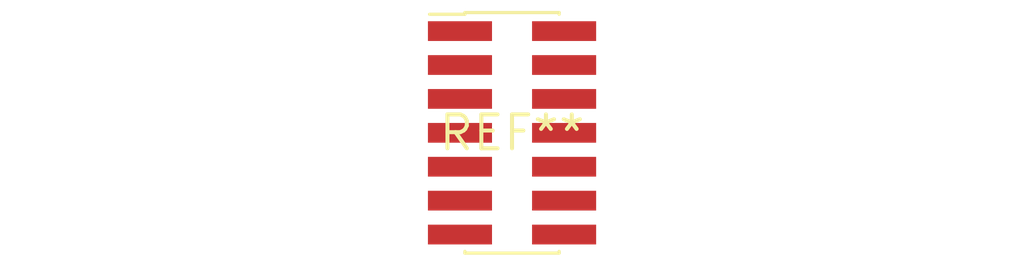
<source format=kicad_pcb>
(kicad_pcb (version 20240108) (generator pcbnew)
  (layers (0 "F.Cu" signal) (31 "B.Cu" signal) (34 "B.Paste" user) (35 "F.Paste" user) (36 "B.SilkS" user "B.Silkscreen") (37 "F.SilkS" user "F.Silkscreen") (38 "B.Mask" user) (39 "F.Mask" user) (44 "Edge.Cuts" user))
  (net 0 "")
  (footprint "PinHeader_2x07_P1.27mm_Vertical_SMD" (layer "F.Cu") (at 0 0)
    (property "Reference" "REF**")
    (property "Value" "PinHeader_2x07_P1.27mm_Vertical_SMD")
    (fp_line (start -3.09 -4.44) (end -1.765 -4.44) (layer "F.SilkS") (stroke (width 0.12)))
    (fp_line (start -1.765 -4.505) (end -1.765 -4.44) (layer "F.SilkS") (stroke (width 0.12)))
    (fp_line (start -1.765 -4.505) (end 1.765 -4.505) (layer "F.SilkS") (stroke (width 0.12)))
    (fp_line (start -1.765 4.44) (end -1.765 4.505) (layer "F.SilkS") (stroke (width 0.12)))
    (fp_line (start -1.765 4.505) (end 1.765 4.505) (layer "F.SilkS") (stroke (width 0.12)))
    (fp_line (start 1.765 -4.505) (end 1.765 -4.44) (layer "F.SilkS") (stroke (width 0.12)))
    (fp_line (start 1.765 4.44) (end 1.765 4.505) (layer "F.SilkS") (stroke (width 0.12)))
    (pad "1" smd rect (at -1.95 -3.81) (size 2.4 0.74) (layers "F.Cu" "F.Paste" "F.Mask"))
    (pad "2" smd rect (at 1.95 -3.81) (size 2.4 0.74) (layers "F.Cu" "F.Paste" "F.Mask"))
    (pad "3" smd rect (at -1.95 -2.54) (size 2.4 0.74) (layers "F.Cu" "F.Paste" "F.Mask"))
    (pad "4" smd rect (at 1.95 -2.54) (size 2.4 0.74) (layers "F.Cu" "F.Paste" "F.Mask"))
    (pad "5" smd rect (at -1.95 -1.27) (size 2.4 0.74) (layers "F.Cu" "F.Paste" "F.Mask"))
    (pad "6" smd rect (at 1.95 -1.27) (size 2.4 0.74) (layers "F.Cu" "F.Paste" "F.Mask"))
    (pad "7" smd rect (at -1.95 0) (size 2.4 0.74) (layers "F.Cu" "F.Paste" "F.Mask"))
    (pad "8" smd rect (at 1.95 0) (size 2.4 0.74) (layers "F.Cu" "F.Paste" "F.Mask"))
    (pad "9" smd rect (at -1.95 1.27) (size 2.4 0.74) (layers "F.Cu" "F.Paste" "F.Mask"))
    (pad "10" smd rect (at 1.95 1.27) (size 2.4 0.74) (layers "F.Cu" "F.Paste" "F.Mask"))
    (pad "11" smd rect (at -1.95 2.54) (size 2.4 0.74) (layers "F.Cu" "F.Paste" "F.Mask"))
    (pad "12" smd rect (at 1.95 2.54) (size 2.4 0.74) (layers "F.Cu" "F.Paste" "F.Mask"))
    (pad "13" smd rect (at -1.95 3.81) (size 2.4 0.74) (layers "F.Cu" "F.Paste" "F.Mask"))
    (pad "14" smd rect (at 1.95 3.81) (size 2.4 0.74) (layers "F.Cu" "F.Paste" "F.Mask"))
  )
)
</source>
